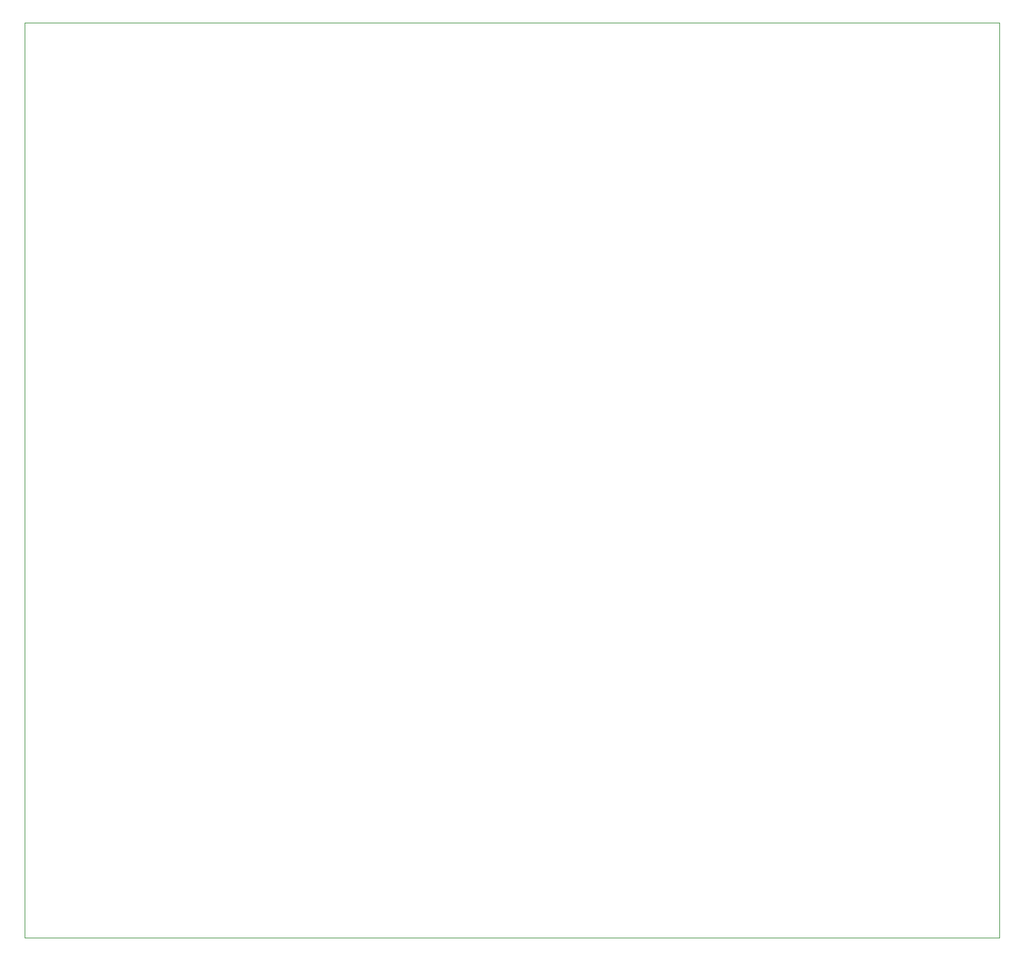
<source format=gm1>
G04 #@! TF.GenerationSoftware,KiCad,Pcbnew,7.0.9*
G04 #@! TF.CreationDate,2023-11-10T12:15:57-05:00*
G04 #@! TF.ProjectId,DoubleRow4SlotBackplane,446f7562-6c65-4526-9f77-34536c6f7442,rev?*
G04 #@! TF.SameCoordinates,Original*
G04 #@! TF.FileFunction,Profile,NP*
%FSLAX46Y46*%
G04 Gerber Fmt 4.6, Leading zero omitted, Abs format (unit mm)*
G04 Created by KiCad (PCBNEW 7.0.9) date 2023-11-10 12:15:57*
%MOMM*%
%LPD*%
G01*
G04 APERTURE LIST*
G04 #@! TA.AperFunction,Profile*
%ADD10C,0.100000*%
G04 #@! TD*
G04 APERTURE END LIST*
D10*
X62264865Y-30480000D02*
X189490722Y-30480000D01*
X189490722Y-150000000D01*
X62264865Y-150000000D01*
X62264865Y-30480000D01*
M02*

</source>
